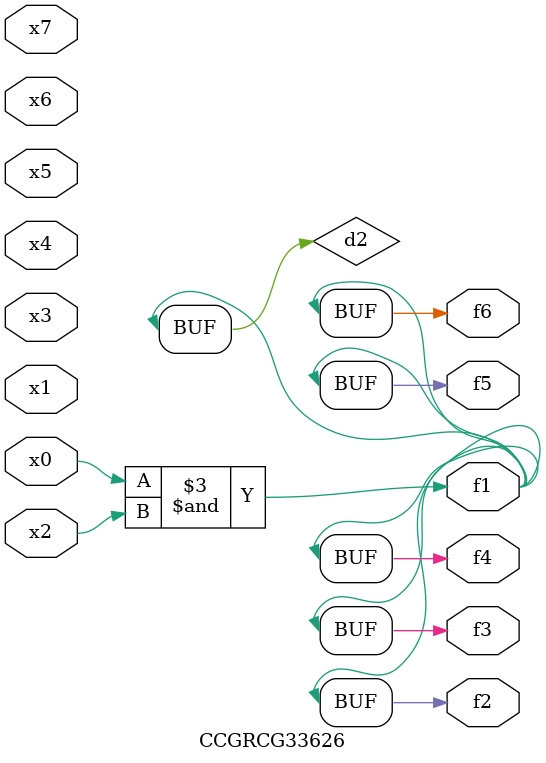
<source format=v>
module CCGRCG33626(
	input x0, x1, x2, x3, x4, x5, x6, x7,
	output f1, f2, f3, f4, f5, f6
);

	wire d1, d2;

	nor (d1, x3, x6);
	and (d2, x0, x2);
	assign f1 = d2;
	assign f2 = d2;
	assign f3 = d2;
	assign f4 = d2;
	assign f5 = d2;
	assign f6 = d2;
endmodule

</source>
